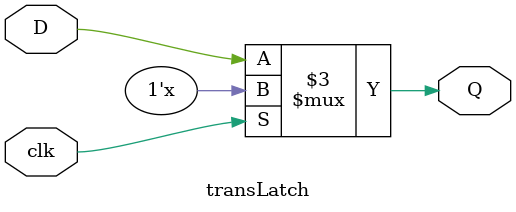
<source format=v>
`timescale 1ns / 1ps

module transLatch(
    input D, clk,
    output reg Q
    );
    wire clkIn;
    assign clkIn = ~clk;
    always@(clkIn or D) begin
        if(clkIn) Q <= D;
    end
    
endmodule
</source>
